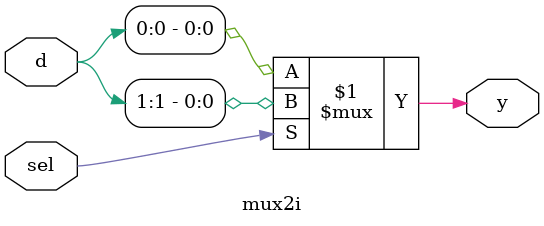
<source format=v>
`timescale 1ns / 1ps



module mux2i(
input sel,
input [1:0]d,
output y
);

assign y = sel?  d[1] :  d[0] ;

endmodule

</source>
